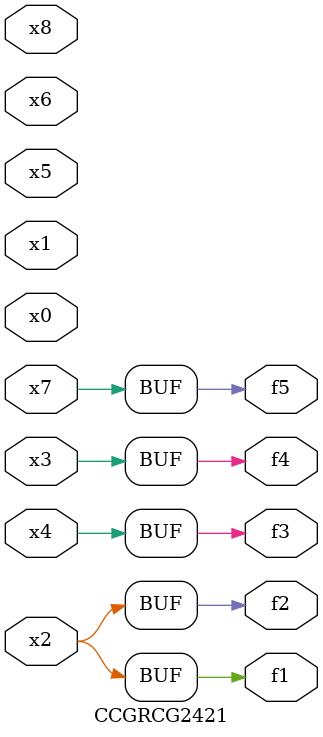
<source format=v>
module CCGRCG2421(
	input x0, x1, x2, x3, x4, x5, x6, x7, x8,
	output f1, f2, f3, f4, f5
);
	assign f1 = x2;
	assign f2 = x2;
	assign f3 = x4;
	assign f4 = x3;
	assign f5 = x7;
endmodule

</source>
